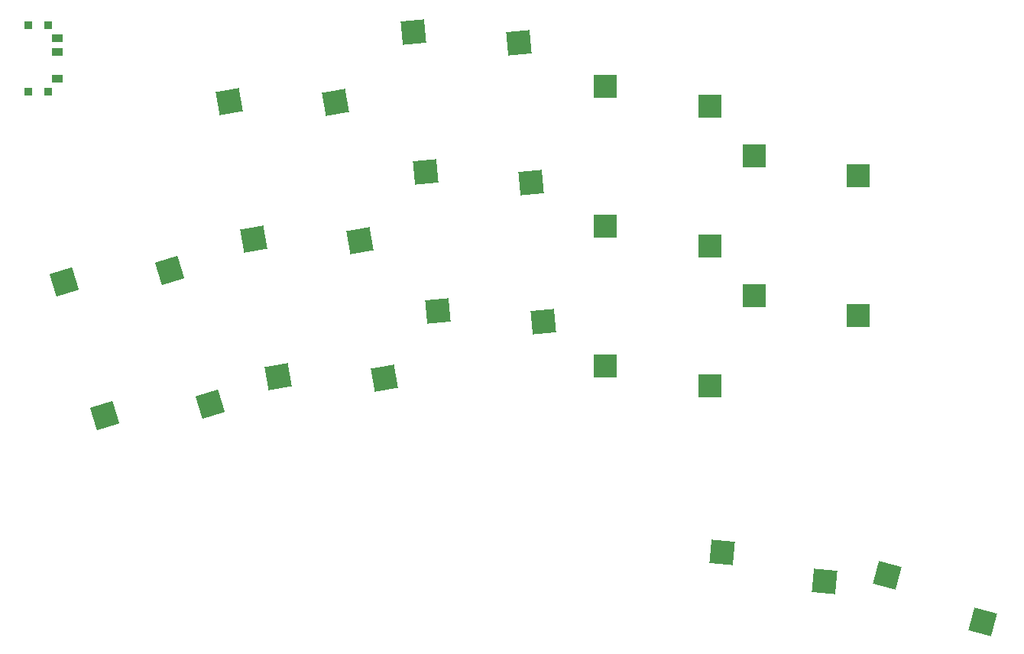
<source format=gbr>
%TF.GenerationSoftware,KiCad,Pcbnew,(6.0.4-0)*%
%TF.CreationDate,2022-06-15T11:08:27+02:00*%
%TF.ProjectId,battoota_min,62617474-6f6f-4746-915f-6d696e2e6b69,v1.0.0*%
%TF.SameCoordinates,Original*%
%TF.FileFunction,Paste,Bot*%
%TF.FilePolarity,Positive*%
%FSLAX46Y46*%
G04 Gerber Fmt 4.6, Leading zero omitted, Abs format (unit mm)*
G04 Created by KiCad (PCBNEW (6.0.4-0)) date 2022-06-15 11:08:27*
%MOMM*%
%LPD*%
G01*
G04 APERTURE LIST*
G04 Aperture macros list*
%AMRotRect*
0 Rectangle, with rotation*
0 The origin of the aperture is its center*
0 $1 length*
0 $2 width*
0 $3 Rotation angle, in degrees counterclockwise*
0 Add horizontal line*
21,1,$1,$2,0,0,$3*%
G04 Aperture macros list end*
%ADD10R,0.900000X0.900000*%
%ADD11R,1.250000X0.900000*%
%ADD12RotRect,2.600000X2.600000X345.000000*%
%ADD13RotRect,2.600000X2.600000X10.000000*%
%ADD14RotRect,2.600000X2.600000X355.000000*%
%ADD15RotRect,2.600000X2.600000X17.000000*%
%ADD16RotRect,2.600000X2.600000X5.000000*%
%ADD17R,2.600000X2.600000*%
G04 APERTURE END LIST*
D10*
%TO.C,T2*%
X193921762Y-60365501D03*
X193921762Y-67765501D03*
X196121762Y-60365501D03*
X196121762Y-67765501D03*
D11*
X197096762Y-66315501D03*
X197096762Y-63315501D03*
X197096762Y-61815501D03*
%TD*%
D12*
%TO.C,S15*%
X289081487Y-121374279D03*
X299668529Y-126488677D03*
%TD*%
D13*
%TO.C,S3*%
X221562419Y-99329222D03*
X233318976Y-99490163D03*
%TD*%
D14*
%TO.C,S14*%
X270787013Y-118777270D03*
X282101320Y-121975549D03*
%TD*%
D15*
%TO.C,S1*%
X202404681Y-103607376D03*
X214093220Y-102334354D03*
%TD*%
D16*
%TO.C,S6*%
X239292946Y-92032139D03*
X250990738Y-93217119D03*
%TD*%
D13*
%TO.C,S5*%
X216179326Y-68800182D03*
X227935883Y-68961123D03*
%TD*%
D17*
%TO.C,S13*%
X274336999Y-74882000D03*
X285887000Y-77082001D03*
%TD*%
%TO.C,S11*%
X257836999Y-67132000D03*
X269387000Y-69332001D03*
%TD*%
%TO.C,S12*%
X274336999Y-90382000D03*
X285887000Y-92582001D03*
%TD*%
D16*
%TO.C,S8*%
X236591117Y-61150103D03*
X248288909Y-62335083D03*
%TD*%
D17*
%TO.C,S9*%
X257836999Y-98132000D03*
X269387000Y-100332001D03*
%TD*%
%TO.C,S10*%
X257836999Y-82632000D03*
X269387000Y-84832001D03*
%TD*%
D15*
%TO.C,S2*%
X197872920Y-88784652D03*
X209561459Y-87511630D03*
%TD*%
D13*
%TO.C,S4*%
X218870872Y-84064702D03*
X230627429Y-84225643D03*
%TD*%
D16*
%TO.C,S7*%
X237942032Y-76591121D03*
X249639824Y-77776101D03*
%TD*%
M02*

</source>
